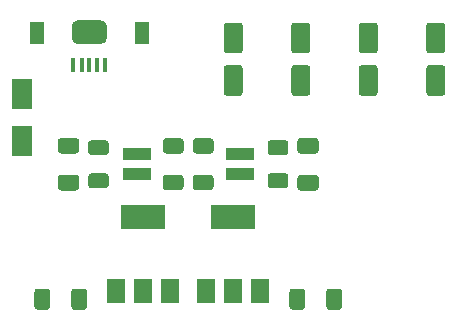
<source format=gbr>
%TF.GenerationSoftware,KiCad,Pcbnew,(5.1.7)-1*%
%TF.CreationDate,2021-01-13T20:41:06+01:00*%
%TF.ProjectId,MicroBBPS,4d696372-6f42-4425-9053-2e6b69636164,rev?*%
%TF.SameCoordinates,Original*%
%TF.FileFunction,Paste,Top*%
%TF.FilePolarity,Positive*%
%FSLAX46Y46*%
G04 Gerber Fmt 4.6, Leading zero omitted, Abs format (unit mm)*
G04 Created by KiCad (PCBNEW (5.1.7)-1) date 2021-01-13 20:41:06*
%MOMM*%
%LPD*%
G01*
G04 APERTURE LIST*
%ADD10C,0.100000*%
%ADD11R,2.400000X1.000000*%
%ADD12R,1.800000X2.500000*%
%ADD13R,0.400000X1.250000*%
%ADD14R,1.500000X2.000000*%
%ADD15R,3.800000X2.000000*%
G04 APERTURE END LIST*
D10*
%TO.C,J2*%
G36*
X11848000Y10282000D02*
G01*
X10698000Y10282000D01*
X10698000Y12082000D01*
X11848000Y12082000D01*
X11848000Y10282000D01*
G37*
X11848000Y10282000D02*
X10698000Y10282000D01*
X10698000Y12082000D01*
X11848000Y12082000D01*
X11848000Y10282000D01*
G36*
X19648000Y12032000D02*
G01*
X20748000Y12032000D01*
X20748000Y10282000D01*
X19648000Y10282000D01*
X19648000Y12032000D01*
G37*
X19648000Y12032000D02*
X20748000Y12032000D01*
X20748000Y10282000D01*
X19648000Y10282000D01*
X19648000Y12032000D01*
%TD*%
D11*
%TO.C,D3*%
X19750000Y850000D03*
X19750000Y-850000D03*
%TD*%
%TO.C,D1*%
X28500000Y850000D03*
X28500000Y-850000D03*
%TD*%
D12*
%TO.C,D2*%
X10033000Y5937000D03*
X10033000Y1937000D03*
%TD*%
%TO.C,C8*%
G36*
G01*
X45635000Y9390000D02*
X44535000Y9390000D01*
G75*
G02*
X44285000Y9640000I0J250000D01*
G01*
X44285000Y11740000D01*
G75*
G02*
X44535000Y11990000I250000J0D01*
G01*
X45635000Y11990000D01*
G75*
G02*
X45885000Y11740000I0J-250000D01*
G01*
X45885000Y9640000D01*
G75*
G02*
X45635000Y9390000I-250000J0D01*
G01*
G37*
G36*
G01*
X45635000Y5790000D02*
X44535000Y5790000D01*
G75*
G02*
X44285000Y6040000I0J250000D01*
G01*
X44285000Y8140000D01*
G75*
G02*
X44535000Y8390000I250000J0D01*
G01*
X45635000Y8390000D01*
G75*
G02*
X45885000Y8140000I0J-250000D01*
G01*
X45885000Y6040000D01*
G75*
G02*
X45635000Y5790000I-250000J0D01*
G01*
G37*
%TD*%
%TO.C,C7*%
G36*
G01*
X39920000Y9390000D02*
X38820000Y9390000D01*
G75*
G02*
X38570000Y9640000I0J250000D01*
G01*
X38570000Y11740000D01*
G75*
G02*
X38820000Y11990000I250000J0D01*
G01*
X39920000Y11990000D01*
G75*
G02*
X40170000Y11740000I0J-250000D01*
G01*
X40170000Y9640000D01*
G75*
G02*
X39920000Y9390000I-250000J0D01*
G01*
G37*
G36*
G01*
X39920000Y5790000D02*
X38820000Y5790000D01*
G75*
G02*
X38570000Y6040000I0J250000D01*
G01*
X38570000Y8140000D01*
G75*
G02*
X38820000Y8390000I250000J0D01*
G01*
X39920000Y8390000D01*
G75*
G02*
X40170000Y8140000I0J-250000D01*
G01*
X40170000Y6040000D01*
G75*
G02*
X39920000Y5790000I-250000J0D01*
G01*
G37*
%TD*%
%TO.C,C6*%
G36*
G01*
X34205000Y9390000D02*
X33105000Y9390000D01*
G75*
G02*
X32855000Y9640000I0J250000D01*
G01*
X32855000Y11740000D01*
G75*
G02*
X33105000Y11990000I250000J0D01*
G01*
X34205000Y11990000D01*
G75*
G02*
X34455000Y11740000I0J-250000D01*
G01*
X34455000Y9640000D01*
G75*
G02*
X34205000Y9390000I-250000J0D01*
G01*
G37*
G36*
G01*
X34205000Y5790000D02*
X33105000Y5790000D01*
G75*
G02*
X32855000Y6040000I0J250000D01*
G01*
X32855000Y8140000D01*
G75*
G02*
X33105000Y8390000I250000J0D01*
G01*
X34205000Y8390000D01*
G75*
G02*
X34455000Y8140000I0J-250000D01*
G01*
X34455000Y6040000D01*
G75*
G02*
X34205000Y5790000I-250000J0D01*
G01*
G37*
%TD*%
%TO.C,C5*%
G36*
G01*
X28490000Y9390000D02*
X27390000Y9390000D01*
G75*
G02*
X27140000Y9640000I0J250000D01*
G01*
X27140000Y11740000D01*
G75*
G02*
X27390000Y11990000I250000J0D01*
G01*
X28490000Y11990000D01*
G75*
G02*
X28740000Y11740000I0J-250000D01*
G01*
X28740000Y9640000D01*
G75*
G02*
X28490000Y9390000I-250000J0D01*
G01*
G37*
G36*
G01*
X28490000Y5790000D02*
X27390000Y5790000D01*
G75*
G02*
X27140000Y6040000I0J250000D01*
G01*
X27140000Y8140000D01*
G75*
G02*
X27390000Y8390000I250000J0D01*
G01*
X28490000Y8390000D01*
G75*
G02*
X28740000Y8140000I0J-250000D01*
G01*
X28740000Y6040000D01*
G75*
G02*
X28490000Y5790000I-250000J0D01*
G01*
G37*
%TD*%
D13*
%TO.C,J2*%
X17048000Y8382000D03*
X16398000Y8382000D03*
X15748000Y8382000D03*
X15098000Y8382000D03*
X14398000Y8382000D03*
G36*
G01*
X17248000Y11682000D02*
X17248000Y10682000D01*
G75*
G02*
X16748000Y10182000I-500000J0D01*
G01*
X14748000Y10182000D01*
G75*
G02*
X14248000Y10682000I0J500000D01*
G01*
X14248000Y11682000D01*
G75*
G02*
X14748000Y12182000I500000J0D01*
G01*
X16748000Y12182000D01*
G75*
G02*
X17248000Y11682000I0J-500000D01*
G01*
G37*
%TD*%
%TO.C,F2*%
G36*
G01*
X31105000Y-775000D02*
X32355000Y-775000D01*
G75*
G02*
X32605000Y-1025000I0J-250000D01*
G01*
X32605000Y-1775000D01*
G75*
G02*
X32355000Y-2025000I-250000J0D01*
G01*
X31105000Y-2025000D01*
G75*
G02*
X30855000Y-1775000I0J250000D01*
G01*
X30855000Y-1025000D01*
G75*
G02*
X31105000Y-775000I250000J0D01*
G01*
G37*
G36*
G01*
X31105000Y2025000D02*
X32355000Y2025000D01*
G75*
G02*
X32605000Y1775000I0J-250000D01*
G01*
X32605000Y1025000D01*
G75*
G02*
X32355000Y775000I-250000J0D01*
G01*
X31105000Y775000D01*
G75*
G02*
X30855000Y1025000I0J250000D01*
G01*
X30855000Y1775000D01*
G75*
G02*
X31105000Y2025000I250000J0D01*
G01*
G37*
%TD*%
%TO.C,F1*%
G36*
G01*
X15905000Y-775000D02*
X17155000Y-775000D01*
G75*
G02*
X17405000Y-1025000I0J-250000D01*
G01*
X17405000Y-1775000D01*
G75*
G02*
X17155000Y-2025000I-250000J0D01*
G01*
X15905000Y-2025000D01*
G75*
G02*
X15655000Y-1775000I0J250000D01*
G01*
X15655000Y-1025000D01*
G75*
G02*
X15905000Y-775000I250000J0D01*
G01*
G37*
G36*
G01*
X15905000Y2025000D02*
X17155000Y2025000D01*
G75*
G02*
X17405000Y1775000I0J-250000D01*
G01*
X17405000Y1025000D01*
G75*
G02*
X17155000Y775000I-250000J0D01*
G01*
X15905000Y775000D01*
G75*
G02*
X15655000Y1025000I0J250000D01*
G01*
X15655000Y1775000D01*
G75*
G02*
X15905000Y2025000I250000J0D01*
G01*
G37*
%TD*%
%TO.C,C4*%
G36*
G01*
X33619998Y-900000D02*
X34920002Y-900000D01*
G75*
G02*
X35170000Y-1149998I0J-249998D01*
G01*
X35170000Y-1975002D01*
G75*
G02*
X34920002Y-2225000I-249998J0D01*
G01*
X33619998Y-2225000D01*
G75*
G02*
X33370000Y-1975002I0J249998D01*
G01*
X33370000Y-1149998D01*
G75*
G02*
X33619998Y-900000I249998J0D01*
G01*
G37*
G36*
G01*
X33619998Y2225000D02*
X34920002Y2225000D01*
G75*
G02*
X35170000Y1975002I0J-249998D01*
G01*
X35170000Y1149998D01*
G75*
G02*
X34920002Y900000I-249998J0D01*
G01*
X33619998Y900000D01*
G75*
G02*
X33370000Y1149998I0J249998D01*
G01*
X33370000Y1975002D01*
G75*
G02*
X33619998Y2225000I249998J0D01*
G01*
G37*
%TD*%
%TO.C,C3*%
G36*
G01*
X35825000Y-12080002D02*
X35825000Y-10779998D01*
G75*
G02*
X36074998Y-10530000I249998J0D01*
G01*
X36900002Y-10530000D01*
G75*
G02*
X37150000Y-10779998I0J-249998D01*
G01*
X37150000Y-12080002D01*
G75*
G02*
X36900002Y-12330000I-249998J0D01*
G01*
X36074998Y-12330000D01*
G75*
G02*
X35825000Y-12080002I0J249998D01*
G01*
G37*
G36*
G01*
X32700000Y-12080002D02*
X32700000Y-10779998D01*
G75*
G02*
X32949998Y-10530000I249998J0D01*
G01*
X33775002Y-10530000D01*
G75*
G02*
X34025000Y-10779998I0J-249998D01*
G01*
X34025000Y-12080002D01*
G75*
G02*
X33775002Y-12330000I-249998J0D01*
G01*
X32949998Y-12330000D01*
G75*
G02*
X32700000Y-12080002I0J249998D01*
G01*
G37*
%TD*%
%TO.C,C2*%
G36*
G01*
X13339998Y-900000D02*
X14640002Y-900000D01*
G75*
G02*
X14890000Y-1149998I0J-249998D01*
G01*
X14890000Y-1975002D01*
G75*
G02*
X14640002Y-2225000I-249998J0D01*
G01*
X13339998Y-2225000D01*
G75*
G02*
X13090000Y-1975002I0J249998D01*
G01*
X13090000Y-1149998D01*
G75*
G02*
X13339998Y-900000I249998J0D01*
G01*
G37*
G36*
G01*
X13339998Y2225000D02*
X14640002Y2225000D01*
G75*
G02*
X14890000Y1975002I0J-249998D01*
G01*
X14890000Y1149998D01*
G75*
G02*
X14640002Y900000I-249998J0D01*
G01*
X13339998Y900000D01*
G75*
G02*
X13090000Y1149998I0J249998D01*
G01*
X13090000Y1975002D01*
G75*
G02*
X13339998Y2225000I249998J0D01*
G01*
G37*
%TD*%
%TO.C,C1*%
G36*
G01*
X12435000Y-10779998D02*
X12435000Y-12080002D01*
G75*
G02*
X12185002Y-12330000I-249998J0D01*
G01*
X11359998Y-12330000D01*
G75*
G02*
X11110000Y-12080002I0J249998D01*
G01*
X11110000Y-10779998D01*
G75*
G02*
X11359998Y-10530000I249998J0D01*
G01*
X12185002Y-10530000D01*
G75*
G02*
X12435000Y-10779998I0J-249998D01*
G01*
G37*
G36*
G01*
X15560000Y-10779998D02*
X15560000Y-12080002D01*
G75*
G02*
X15310002Y-12330000I-249998J0D01*
G01*
X14484998Y-12330000D01*
G75*
G02*
X14235000Y-12080002I0J249998D01*
G01*
X14235000Y-10779998D01*
G75*
G02*
X14484998Y-10530000I249998J0D01*
G01*
X15310002Y-10530000D01*
G75*
G02*
X15560000Y-10779998I0J-249998D01*
G01*
G37*
%TD*%
%TO.C,R2*%
G36*
G01*
X26025001Y900000D02*
X24774999Y900000D01*
G75*
G02*
X24525000Y1149999I0J249999D01*
G01*
X24525000Y1950001D01*
G75*
G02*
X24774999Y2200000I249999J0D01*
G01*
X26025001Y2200000D01*
G75*
G02*
X26275000Y1950001I0J-249999D01*
G01*
X26275000Y1149999D01*
G75*
G02*
X26025001Y900000I-249999J0D01*
G01*
G37*
G36*
G01*
X26025001Y-2200000D02*
X24774999Y-2200000D01*
G75*
G02*
X24525000Y-1950001I0J249999D01*
G01*
X24525000Y-1149999D01*
G75*
G02*
X24774999Y-900000I249999J0D01*
G01*
X26025001Y-900000D01*
G75*
G02*
X26275000Y-1149999I0J-249999D01*
G01*
X26275000Y-1950001D01*
G75*
G02*
X26025001Y-2200000I-249999J0D01*
G01*
G37*
%TD*%
%TO.C,R1*%
G36*
G01*
X23485001Y900000D02*
X22234999Y900000D01*
G75*
G02*
X21985000Y1149999I0J249999D01*
G01*
X21985000Y1950001D01*
G75*
G02*
X22234999Y2200000I249999J0D01*
G01*
X23485001Y2200000D01*
G75*
G02*
X23735000Y1950001I0J-249999D01*
G01*
X23735000Y1149999D01*
G75*
G02*
X23485001Y900000I-249999J0D01*
G01*
G37*
G36*
G01*
X23485001Y-2200000D02*
X22234999Y-2200000D01*
G75*
G02*
X21985000Y-1950001I0J249999D01*
G01*
X21985000Y-1149999D01*
G75*
G02*
X22234999Y-900000I249999J0D01*
G01*
X23485001Y-900000D01*
G75*
G02*
X23735000Y-1149999I0J-249999D01*
G01*
X23735000Y-1950001D01*
G75*
G02*
X23485001Y-2200000I-249999J0D01*
G01*
G37*
%TD*%
D14*
%TO.C,U3*%
X25640000Y-10770000D03*
X30240000Y-10770000D03*
X27940000Y-10770000D03*
D15*
X27940000Y-4470000D03*
%TD*%
D14*
%TO.C,U1*%
X18020000Y-10770000D03*
X22620000Y-10770000D03*
X20320000Y-10770000D03*
D15*
X20320000Y-4470000D03*
%TD*%
M02*

</source>
